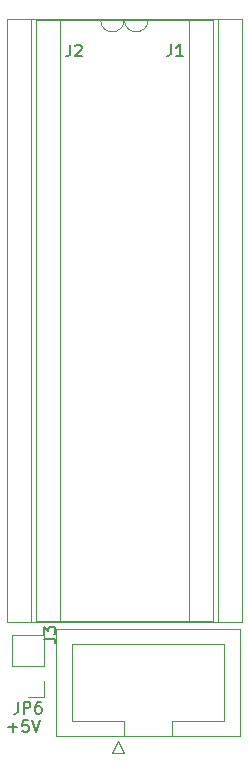
<source format=gbr>
G04 #@! TF.GenerationSoftware,KiCad,Pcbnew,5.1.5+dfsg1-2build2*
G04 #@! TF.CreationDate,2022-03-13T21:18:42-04:00*
G04 #@! TF.ProjectId,vdg_breakout,7664675f-6272-4656-916b-6f75742e6b69,rev?*
G04 #@! TF.SameCoordinates,Original*
G04 #@! TF.FileFunction,Legend,Top*
G04 #@! TF.FilePolarity,Positive*
%FSLAX46Y46*%
G04 Gerber Fmt 4.6, Leading zero omitted, Abs format (unit mm)*
G04 Created by KiCad (PCBNEW 5.1.5+dfsg1-2build2) date 2022-03-13 21:18:42*
%MOMM*%
%LPD*%
G04 APERTURE LIST*
%ADD10C,0.150000*%
%ADD11C,0.120000*%
G04 APERTURE END LIST*
D10*
X121764285Y-119196428D02*
X122526190Y-119196428D01*
X122145238Y-119577380D02*
X122145238Y-118815476D01*
X123478571Y-118577380D02*
X123002380Y-118577380D01*
X122954761Y-119053571D01*
X123002380Y-119005952D01*
X123097619Y-118958333D01*
X123335714Y-118958333D01*
X123430952Y-119005952D01*
X123478571Y-119053571D01*
X123526190Y-119148809D01*
X123526190Y-119386904D01*
X123478571Y-119482142D01*
X123430952Y-119529761D01*
X123335714Y-119577380D01*
X123097619Y-119577380D01*
X123002380Y-119529761D01*
X122954761Y-119482142D01*
X123811904Y-118577380D02*
X124145238Y-119577380D01*
X124478571Y-118577380D01*
D11*
X133620001Y-59295001D02*
G75*
G02X131620001Y-59295001I-1000000J0D01*
G01*
X131620001Y-59295001D02*
X126160001Y-59295001D01*
X126160001Y-59295001D02*
X126160001Y-110215001D01*
X126160001Y-110215001D02*
X139080001Y-110215001D01*
X139080001Y-110215001D02*
X139080001Y-59295001D01*
X139080001Y-59295001D02*
X133620001Y-59295001D01*
X123670001Y-59235001D02*
X123670001Y-110275001D01*
X123670001Y-110275001D02*
X141570001Y-110275001D01*
X141570001Y-110275001D02*
X141570001Y-59235001D01*
X141570001Y-59235001D02*
X123670001Y-59235001D01*
X139545000Y-59235001D02*
X121645000Y-59235001D01*
X139545000Y-110275001D02*
X139545000Y-59235001D01*
X121645000Y-110275001D02*
X139545000Y-110275001D01*
X121645000Y-59235001D02*
X121645000Y-110275001D01*
X137055000Y-59295001D02*
X131595000Y-59295001D01*
X137055000Y-110215001D02*
X137055000Y-59295001D01*
X124135000Y-110215001D02*
X137055000Y-110215001D01*
X124135000Y-59295001D02*
X124135000Y-110215001D01*
X129595000Y-59295001D02*
X124135000Y-59295001D01*
X131595000Y-59295001D02*
G75*
G02X129595000Y-59295001I-1000000J0D01*
G01*
X125865000Y-119965000D02*
X125865000Y-110845000D01*
X125865000Y-110845000D02*
X141365000Y-110845000D01*
X141365000Y-110845000D02*
X141365000Y-119965000D01*
X141365000Y-119965000D02*
X125865000Y-119965000D01*
X131565000Y-119965000D02*
X131565000Y-118655000D01*
X131565000Y-118655000D02*
X127165000Y-118655000D01*
X127165000Y-118655000D02*
X127165000Y-112155000D01*
X127165000Y-112155000D02*
X140065000Y-112155000D01*
X140065000Y-112155000D02*
X140065000Y-118655000D01*
X140065000Y-118655000D02*
X135665000Y-118655000D01*
X135665000Y-118655000D02*
X135665000Y-118655000D01*
X135665000Y-118655000D02*
X135665000Y-119965000D01*
X131075000Y-120355000D02*
X130575000Y-121355000D01*
X130575000Y-121355000D02*
X131575000Y-121355000D01*
X131575000Y-121355000D02*
X131075000Y-120355000D01*
X124780000Y-111380000D02*
X122120000Y-111380000D01*
X124780000Y-113980000D02*
X124780000Y-111380000D01*
X122120000Y-113980000D02*
X122120000Y-111380000D01*
X124780000Y-113980000D02*
X122120000Y-113980000D01*
X124780000Y-115250000D02*
X124780000Y-116580000D01*
X124780000Y-116580000D02*
X123450000Y-116580000D01*
D10*
X135566667Y-61352380D02*
X135566667Y-62066666D01*
X135519048Y-62209523D01*
X135423810Y-62304761D01*
X135280953Y-62352380D01*
X135185715Y-62352380D01*
X136566667Y-62352380D02*
X135995239Y-62352380D01*
X136280953Y-62352380D02*
X136280953Y-61352380D01*
X136185715Y-61495238D01*
X136090477Y-61590476D01*
X135995239Y-61638095D01*
X127016665Y-61377380D02*
X127016665Y-62091666D01*
X126969046Y-62234523D01*
X126873808Y-62329761D01*
X126730951Y-62377380D01*
X126635713Y-62377380D01*
X127445237Y-61472619D02*
X127492856Y-61425000D01*
X127588094Y-61377380D01*
X127826189Y-61377380D01*
X127921427Y-61425000D01*
X127969046Y-61472619D01*
X128016665Y-61567857D01*
X128016665Y-61663095D01*
X127969046Y-61805952D01*
X127397618Y-62377380D01*
X128016665Y-62377380D01*
X124777380Y-111683333D02*
X125491666Y-111683333D01*
X125634523Y-111730952D01*
X125729761Y-111826190D01*
X125777380Y-111969047D01*
X125777380Y-112064285D01*
X124777380Y-111302380D02*
X124777380Y-110683333D01*
X125158333Y-111016666D01*
X125158333Y-110873809D01*
X125205952Y-110778571D01*
X125253571Y-110730952D01*
X125348809Y-110683333D01*
X125586904Y-110683333D01*
X125682142Y-110730952D01*
X125729761Y-110778571D01*
X125777380Y-110873809D01*
X125777380Y-111159523D01*
X125729761Y-111254761D01*
X125682142Y-111302380D01*
X122616666Y-117032380D02*
X122616666Y-117746666D01*
X122569047Y-117889523D01*
X122473809Y-117984761D01*
X122330952Y-118032380D01*
X122235714Y-118032380D01*
X123092857Y-118032380D02*
X123092857Y-117032380D01*
X123473809Y-117032380D01*
X123569047Y-117080000D01*
X123616666Y-117127619D01*
X123664285Y-117222857D01*
X123664285Y-117365714D01*
X123616666Y-117460952D01*
X123569047Y-117508571D01*
X123473809Y-117556190D01*
X123092857Y-117556190D01*
X124521428Y-117032380D02*
X124330952Y-117032380D01*
X124235714Y-117080000D01*
X124188095Y-117127619D01*
X124092857Y-117270476D01*
X124045238Y-117460952D01*
X124045238Y-117841904D01*
X124092857Y-117937142D01*
X124140476Y-117984761D01*
X124235714Y-118032380D01*
X124426190Y-118032380D01*
X124521428Y-117984761D01*
X124569047Y-117937142D01*
X124616666Y-117841904D01*
X124616666Y-117603809D01*
X124569047Y-117508571D01*
X124521428Y-117460952D01*
X124426190Y-117413333D01*
X124235714Y-117413333D01*
X124140476Y-117460952D01*
X124092857Y-117508571D01*
X124045238Y-117603809D01*
M02*

</source>
